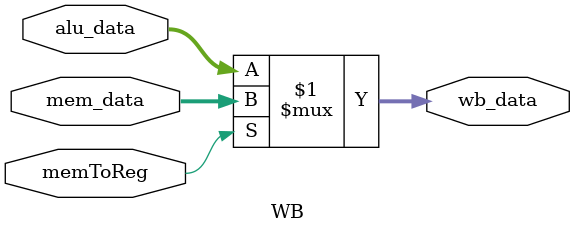
<source format=sv>
module WB(	input [31:0] mem_data,
	  	input [31:0] alu_data,
		input memToReg,
		output [31:0] wb_data);

	assign wb_data = memToReg ? mem_data : alu_data;
endmodule

</source>
